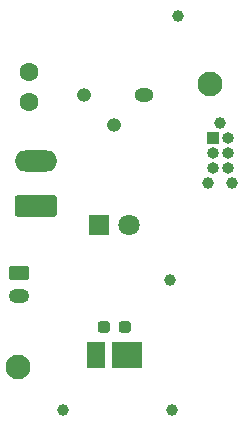
<source format=gbr>
%TF.GenerationSoftware,KiCad,Pcbnew,8.0.1*%
%TF.CreationDate,2024-06-22T11:42:11+02:00*%
%TF.ProjectId,night_light,6e696768-745f-46c6-9967-68742e6b6963,rev?*%
%TF.SameCoordinates,Original*%
%TF.FileFunction,Soldermask,Bot*%
%TF.FilePolarity,Negative*%
%FSLAX46Y46*%
G04 Gerber Fmt 4.6, Leading zero omitted, Abs format (unit mm)*
G04 Created by KiCad (PCBNEW 8.0.1) date 2024-06-22 11:42:11*
%MOMM*%
%LPD*%
G01*
G04 APERTURE LIST*
G04 Aperture macros list*
%AMRoundRect*
0 Rectangle with rounded corners*
0 $1 Rounding radius*
0 $2 $3 $4 $5 $6 $7 $8 $9 X,Y pos of 4 corners*
0 Add a 4 corners polygon primitive as box body*
4,1,4,$2,$3,$4,$5,$6,$7,$8,$9,$2,$3,0*
0 Add four circle primitives for the rounded corners*
1,1,$1+$1,$2,$3*
1,1,$1+$1,$4,$5*
1,1,$1+$1,$6,$7*
1,1,$1+$1,$8,$9*
0 Add four rect primitives between the rounded corners*
20,1,$1+$1,$2,$3,$4,$5,0*
20,1,$1+$1,$4,$5,$6,$7,0*
20,1,$1+$1,$6,$7,$8,$9,0*
20,1,$1+$1,$8,$9,$2,$3,0*%
G04 Aperture macros list end*
%ADD10RoundRect,0.250000X1.550000X-0.650000X1.550000X0.650000X-1.550000X0.650000X-1.550000X-0.650000X0*%
%ADD11O,3.600000X1.800000*%
%ADD12C,2.100000*%
%ADD13RoundRect,0.250000X-0.625000X0.350000X-0.625000X-0.350000X0.625000X-0.350000X0.625000X0.350000X0*%
%ADD14O,1.750000X1.200000*%
%ADD15C,0.990600*%
%ADD16R,1.000000X1.000000*%
%ADD17O,1.000000X1.000000*%
%ADD18C,1.600000*%
%ADD19C,1.000000*%
%ADD20R,2.500000X2.200000*%
%ADD21R,1.550000X2.200000*%
%ADD22R,1.800000X1.800000*%
%ADD23C,1.800000*%
%ADD24O,1.600000X1.200000*%
%ADD25O,1.200000X1.200000*%
%ADD26RoundRect,0.237500X-0.287500X-0.237500X0.287500X-0.237500X0.287500X0.237500X-0.287500X0.237500X0*%
G04 APERTURE END LIST*
D10*
%TO.C,J2*%
X114392500Y-118387500D03*
D11*
X114392500Y-114577500D03*
%TD*%
D12*
%TO.C,H2*%
X129125000Y-108000000D03*
%TD*%
%TO.C,H1*%
X112875000Y-132000000D03*
%TD*%
D13*
%TO.C,J3*%
X112925000Y-124000000D03*
D14*
X112925000Y-126000000D03*
%TD*%
D15*
%TO.C,J4*%
X130000000Y-111335000D03*
X131016000Y-116415000D03*
X128984000Y-116415000D03*
D16*
X129365000Y-112605000D03*
D17*
X130635000Y-112605000D03*
X129365000Y-113875000D03*
X130635000Y-113875000D03*
X129365000Y-115145000D03*
X130635000Y-115145000D03*
%TD*%
D18*
%TO.C,C11*%
X113750000Y-107012500D03*
X113750000Y-109512500D03*
%TD*%
D19*
%TO.C,TP4*%
X116625000Y-135625000D03*
%TD*%
%TO.C,TP5*%
X125875000Y-135625000D03*
%TD*%
D20*
%TO.C,D2*%
X122050000Y-131000000D03*
D21*
X119475000Y-131000000D03*
%TD*%
D22*
%TO.C,D6*%
X119725000Y-120000000D03*
D23*
X122265000Y-120000000D03*
%TD*%
D24*
%TO.C,J1*%
X123540000Y-109000000D03*
D25*
X121000000Y-111540000D03*
X118460000Y-109000000D03*
%TD*%
D26*
%TO.C,D4*%
X120125000Y-128625000D03*
X121875000Y-128625000D03*
%TD*%
D19*
%TO.C,TP3*%
X126375000Y-102250000D03*
%TD*%
%TO.C,TP6*%
X125750000Y-124625000D03*
%TD*%
M02*

</source>
